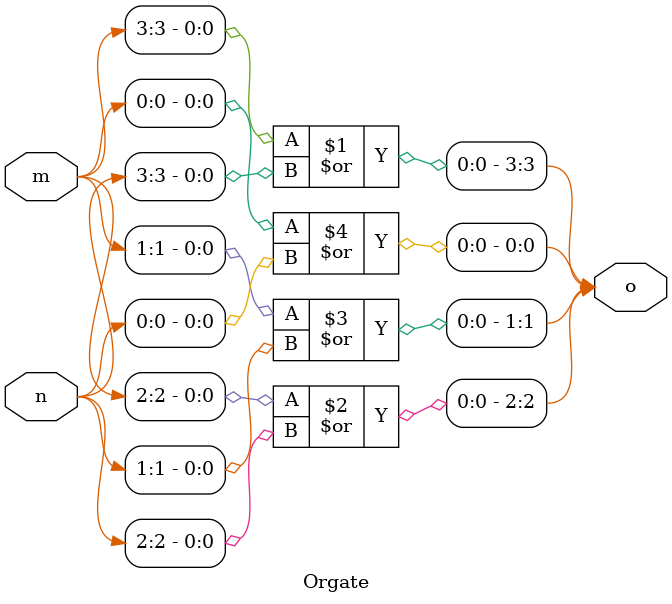
<source format=v>

`timescale 1ns / 1ps
module Orgate(o, m, n);

input [3:0] m, n;
output [3:0] o;

or o1(o[3], m[3], n[3]), o2(o[2], m[2], n[2]), o3(o[1], m[1], n[1]), o4(o[0], m[0], n[0]);

endmodule
</source>
